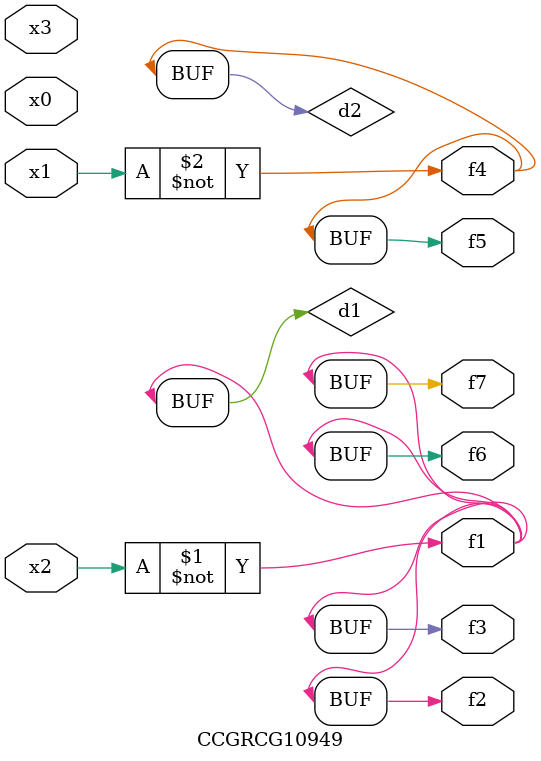
<source format=v>
module CCGRCG10949(
	input x0, x1, x2, x3,
	output f1, f2, f3, f4, f5, f6, f7
);

	wire d1, d2;

	xnor (d1, x2);
	not (d2, x1);
	assign f1 = d1;
	assign f2 = d1;
	assign f3 = d1;
	assign f4 = d2;
	assign f5 = d2;
	assign f6 = d1;
	assign f7 = d1;
endmodule

</source>
